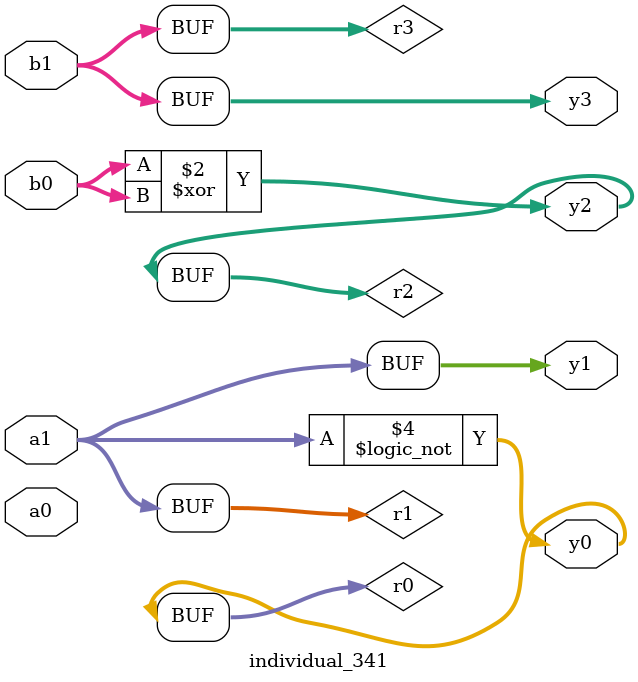
<source format=sv>
module individual_341(input logic [15:0] a1, input logic [15:0] a0, input logic [15:0] b1, input logic [15:0] b0, output logic [15:0] y3, output logic [15:0] y2, output logic [15:0] y1, output logic [15:0] y0);
logic [15:0] r0, r1, r2, r3; 
 always@(*) begin 
	 r0 = a0; r1 = a1; r2 = b0; r3 = b1; 
 	 r2  ^=  b0 ;
 	 r0 = ! b1 ;
 	 r0 = ! r1 ;
 	 y3 = r3; y2 = r2; y1 = r1; y0 = r0; 
end
endmodule
</source>
